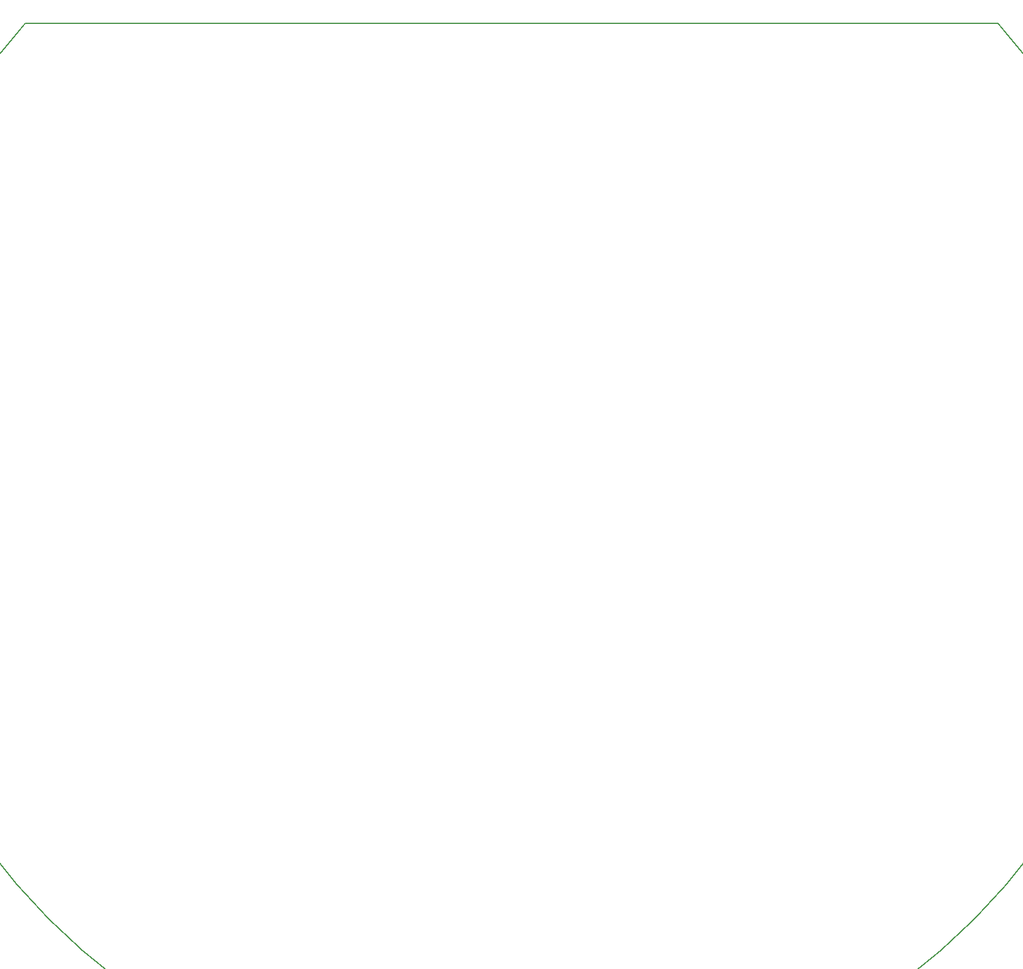
<source format=gm1>
G04 #@! TF.GenerationSoftware,KiCad,Pcbnew,7.0.6*
G04 #@! TF.CreationDate,2023-12-29T16:42:39-08:00*
G04 #@! TF.ProjectId,midplate,6d696470-6c61-4746-952e-6b696361645f,rev?*
G04 #@! TF.SameCoordinates,Original*
G04 #@! TF.FileFunction,Profile,NP*
%FSLAX46Y46*%
G04 Gerber Fmt 4.6, Leading zero omitted, Abs format (unit mm)*
G04 Created by KiCad (PCBNEW 7.0.6) date 2023-12-29 16:42:39*
%MOMM*%
%LPD*%
G01*
G04 APERTURE LIST*
G04 #@! TA.AperFunction,Profile*
%ADD10C,0.200000*%
G04 #@! TD*
G04 APERTURE END LIST*
D10*
X78332962Y-8772279D02*
G75*
G03*
X212497038Y-8772279I67082038J-59999999D01*
G01*
X78332961Y-8772278D02*
X212497039Y-8772278D01*
M02*

</source>
